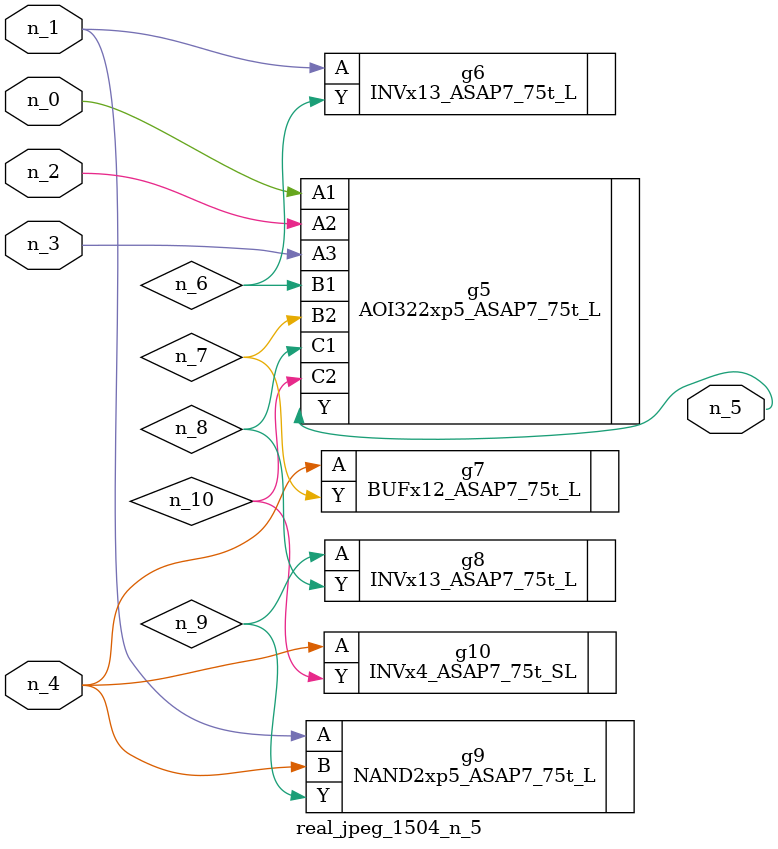
<source format=v>
module real_jpeg_1504_n_5 (n_4, n_0, n_1, n_2, n_3, n_5);

input n_4;
input n_0;
input n_1;
input n_2;
input n_3;

output n_5;

wire n_8;
wire n_6;
wire n_7;
wire n_10;
wire n_9;

AOI322xp5_ASAP7_75t_L g5 ( 
.A1(n_0),
.A2(n_2),
.A3(n_3),
.B1(n_6),
.B2(n_7),
.C1(n_8),
.C2(n_10),
.Y(n_5)
);

INVx13_ASAP7_75t_L g6 ( 
.A(n_1),
.Y(n_6)
);

NAND2xp5_ASAP7_75t_L g9 ( 
.A(n_1),
.B(n_4),
.Y(n_9)
);

BUFx12_ASAP7_75t_L g7 ( 
.A(n_4),
.Y(n_7)
);

INVx4_ASAP7_75t_SL g10 ( 
.A(n_4),
.Y(n_10)
);

INVx13_ASAP7_75t_L g8 ( 
.A(n_9),
.Y(n_8)
);


endmodule
</source>
